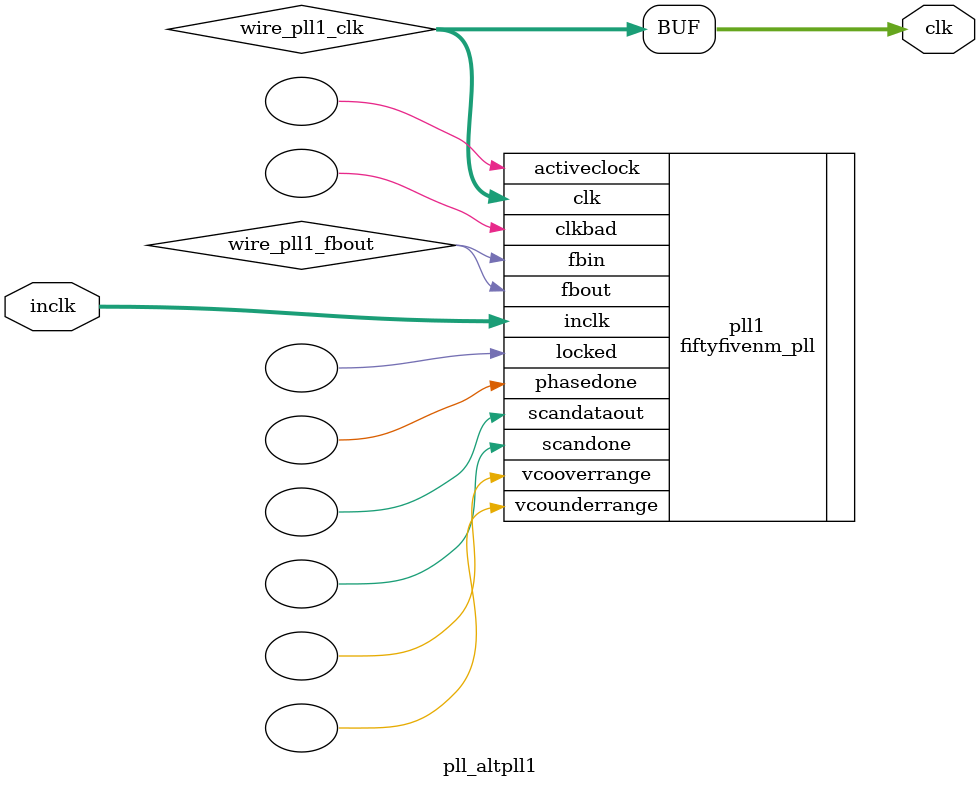
<source format=v>






//synthesis_resources = fiftyfivenm_pll 1 
//synopsys translate_off
`timescale 1 ps / 1 ps
//synopsys translate_on
module  pll_altpll1
	( 
	clk,
	inclk) /* synthesis synthesis_clearbox=1 */;
	output   [4:0]  clk;
	input   [1:0]  inclk;
`ifndef ALTERA_RESERVED_QIS
// synopsys translate_off
`endif
	tri0   [1:0]  inclk;
`ifndef ALTERA_RESERVED_QIS
// synopsys translate_on
`endif

	wire  [4:0]   wire_pll1_clk;
	wire  wire_pll1_fbout;

	fiftyfivenm_pll   pll1
	( 
	.activeclock(),
	.clk(wire_pll1_clk),
	.clkbad(),
	.fbin(wire_pll1_fbout),
	.fbout(wire_pll1_fbout),
	.inclk(inclk),
	.locked(),
	.phasedone(),
	.scandataout(),
	.scandone(),
	.vcooverrange(),
	.vcounderrange()
	`ifndef FORMAL_VERIFICATION
	// synopsys translate_off
	`endif
	,
	.areset(1'b0),
	.clkswitch(1'b0),
	.configupdate(1'b0),
	.pfdena(1'b1),
	.phasecounterselect({3{1'b0}}),
	.phasestep(1'b0),
	.phaseupdown(1'b0),
	.scanclk(1'b0),
	.scanclkena(1'b1),
	.scandata(1'b0)
	`ifndef FORMAL_VERIFICATION
	// synopsys translate_on
	`endif
	);
	defparam
		pll1.bandwidth_type = "auto",
		pll1.clk0_divide_by = 2000,
		pll1.clk0_duty_cycle = 50,
		pll1.clk0_multiply_by = 1007,
		pll1.clk0_phase_shift = "0",
		pll1.compensate_clock = "clk0",
		pll1.inclk0_input_frequency = 20000,
		pll1.operation_mode = "normal",
		pll1.pll_type = "auto",
		pll1.lpm_type = "fiftyfivenm_pll";
	assign
		clk = {wire_pll1_clk[4:0]};
endmodule //pll_altpll1
//VALID FILE

</source>
